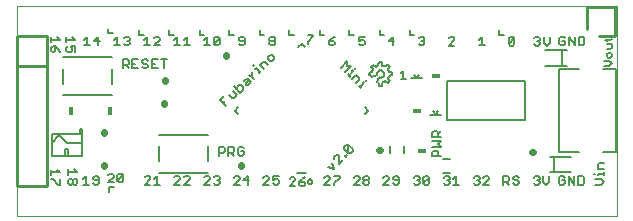
<source format=gto>
G75*
%MOIN*%
%OFA0B0*%
%FSLAX25Y25*%
%IPPOS*%
%LPD*%
%AMOC8*
5,1,8,0,0,1.08239X$1,22.5*
%
%ADD10C,0.00000*%
%ADD11C,0.01000*%
%ADD12C,0.00600*%
%ADD13C,0.00500*%
%ADD14C,0.00700*%
%ADD15C,0.02200*%
%ADD16R,0.03000X0.01800*%
%ADD17C,0.00800*%
%ADD18R,0.01800X0.03000*%
D10*
X0027595Y0218000D02*
X0027595Y0288000D01*
X0227595Y0288000D01*
X0227595Y0218000D01*
X0027595Y0218000D01*
D11*
X0027595Y0228000D02*
X0027595Y0268000D01*
X0027595Y0278000D01*
X0037595Y0278000D01*
X0037595Y0268000D01*
X0027595Y0268000D01*
X0037595Y0268000D02*
X0037595Y0228000D01*
X0027595Y0228000D01*
X0217795Y0280400D02*
X0217795Y0287600D01*
X0227195Y0287600D01*
X0227195Y0278000D01*
X0221795Y0278000D01*
D12*
X0216876Y0277219D02*
X0216392Y0277702D01*
X0214941Y0277702D01*
X0214941Y0274800D01*
X0216392Y0274800D01*
X0216876Y0275284D01*
X0216876Y0277219D01*
X0213653Y0277702D02*
X0213653Y0274800D01*
X0211718Y0277702D01*
X0211718Y0274800D01*
X0210430Y0275284D02*
X0210430Y0276251D01*
X0209463Y0276251D01*
X0210430Y0275284D02*
X0209946Y0274800D01*
X0208979Y0274800D01*
X0208495Y0275284D01*
X0208495Y0277219D01*
X0208979Y0277702D01*
X0209946Y0277702D01*
X0210430Y0277219D01*
X0205253Y0277602D02*
X0205253Y0275667D01*
X0204285Y0274700D01*
X0203318Y0275667D01*
X0203318Y0277602D01*
X0202030Y0277119D02*
X0202030Y0276635D01*
X0201546Y0276151D01*
X0202030Y0275667D01*
X0202030Y0275184D01*
X0201546Y0274700D01*
X0200579Y0274700D01*
X0200095Y0275184D01*
X0201063Y0276151D02*
X0201546Y0276151D01*
X0202030Y0277119D02*
X0201546Y0277602D01*
X0200579Y0277602D01*
X0200095Y0277119D01*
X0193530Y0277119D02*
X0191595Y0275184D01*
X0192079Y0274700D01*
X0193046Y0274700D01*
X0193530Y0275184D01*
X0193530Y0277119D01*
X0193046Y0277602D01*
X0192079Y0277602D01*
X0191595Y0277119D01*
X0191595Y0275184D01*
X0183630Y0274800D02*
X0181695Y0274800D01*
X0182663Y0274800D02*
X0182663Y0277702D01*
X0181695Y0276735D01*
X0173530Y0276635D02*
X0173530Y0277119D01*
X0173046Y0277602D01*
X0172079Y0277602D01*
X0171595Y0277119D01*
X0173530Y0276635D02*
X0171595Y0274700D01*
X0173530Y0274700D01*
X0163530Y0275284D02*
X0163046Y0274800D01*
X0162079Y0274800D01*
X0161595Y0275284D01*
X0162563Y0276251D02*
X0163046Y0276251D01*
X0163530Y0275767D01*
X0163530Y0275284D01*
X0163046Y0276251D02*
X0163530Y0276735D01*
X0163530Y0277219D01*
X0163046Y0277702D01*
X0162079Y0277702D01*
X0161595Y0277219D01*
X0153530Y0276251D02*
X0151595Y0276251D01*
X0153046Y0277702D01*
X0153046Y0274800D01*
X0143630Y0275284D02*
X0143146Y0274800D01*
X0142179Y0274800D01*
X0141695Y0275284D01*
X0141695Y0276251D02*
X0142663Y0276735D01*
X0143146Y0276735D01*
X0143630Y0276251D01*
X0143630Y0275284D01*
X0141695Y0276251D02*
X0141695Y0277702D01*
X0143630Y0277702D01*
X0133630Y0277702D02*
X0132663Y0277219D01*
X0131695Y0276251D01*
X0133146Y0276251D01*
X0133630Y0275767D01*
X0133630Y0275284D01*
X0133146Y0274800D01*
X0132179Y0274800D01*
X0131695Y0275284D01*
X0131695Y0276251D01*
X0126530Y0277819D02*
X0124595Y0275884D01*
X0124595Y0275400D01*
X0124595Y0278302D02*
X0126530Y0278302D01*
X0126530Y0277819D01*
X0113730Y0277219D02*
X0113730Y0276735D01*
X0113246Y0276251D01*
X0112279Y0276251D01*
X0111795Y0276735D01*
X0111795Y0277219D01*
X0112279Y0277702D01*
X0113246Y0277702D01*
X0113730Y0277219D01*
X0113246Y0276251D02*
X0113730Y0275767D01*
X0113730Y0275284D01*
X0113246Y0274800D01*
X0112279Y0274800D01*
X0111795Y0275284D01*
X0111795Y0275767D01*
X0112279Y0276251D01*
X0111958Y0271690D02*
X0111274Y0271005D01*
X0111274Y0270321D01*
X0111958Y0269637D01*
X0112642Y0269637D01*
X0113327Y0270321D01*
X0113327Y0271005D01*
X0112642Y0271690D01*
X0111958Y0271690D01*
X0110364Y0269411D02*
X0111390Y0268385D01*
X0110364Y0269411D02*
X0109679Y0269411D01*
X0108653Y0268385D01*
X0110022Y0267016D01*
X0109186Y0266181D02*
X0108502Y0265497D01*
X0108844Y0265839D02*
X0107476Y0267207D01*
X0107134Y0266865D01*
X0106792Y0267892D02*
X0106450Y0268234D01*
X0106261Y0265993D02*
X0105919Y0265650D01*
X0105919Y0264282D01*
X0106603Y0263598D02*
X0105235Y0264966D01*
X0104667Y0263714D02*
X0105693Y0262688D01*
X0104667Y0261661D01*
X0103982Y0261661D01*
X0103982Y0262345D01*
X0105009Y0263372D01*
X0104667Y0263714D02*
X0103982Y0263714D01*
X0103298Y0263030D01*
X0102388Y0261435D02*
X0103072Y0260751D01*
X0103072Y0260067D01*
X0102046Y0259040D01*
X0099993Y0261093D01*
X0100677Y0260409D02*
X0101704Y0261435D01*
X0102388Y0261435D01*
X0099767Y0259498D02*
X0101135Y0258130D01*
X0100109Y0257104D01*
X0099425Y0257104D01*
X0098399Y0258130D01*
X0096804Y0257903D02*
X0095436Y0256535D01*
X0097488Y0254483D01*
X0096462Y0255509D02*
X0097146Y0256193D01*
X0091563Y0244899D02*
X0075027Y0244899D01*
X0075027Y0241100D02*
X0075027Y0236100D01*
X0075027Y0232301D02*
X0091563Y0232301D01*
X0091546Y0231302D02*
X0090579Y0231302D01*
X0090095Y0230819D01*
X0091546Y0231302D02*
X0092030Y0230819D01*
X0092030Y0230335D01*
X0090095Y0228400D01*
X0092030Y0228400D01*
X0093318Y0228884D02*
X0093802Y0228400D01*
X0094769Y0228400D01*
X0095253Y0228884D01*
X0095253Y0229367D01*
X0094769Y0229851D01*
X0094285Y0229851D01*
X0094769Y0229851D02*
X0095253Y0230335D01*
X0095253Y0230819D01*
X0094769Y0231302D01*
X0093802Y0231302D01*
X0093318Y0230819D01*
X0091563Y0236100D02*
X0091563Y0241100D01*
X0094995Y0240902D02*
X0096446Y0240902D01*
X0096930Y0240419D01*
X0096930Y0239451D01*
X0096446Y0238967D01*
X0094995Y0238967D01*
X0094995Y0238000D02*
X0094995Y0240902D01*
X0098218Y0240902D02*
X0098218Y0238000D01*
X0098218Y0238967D02*
X0099669Y0238967D01*
X0100153Y0239451D01*
X0100153Y0240419D01*
X0099669Y0240902D01*
X0098218Y0240902D01*
X0099185Y0238967D02*
X0100153Y0238000D01*
X0101441Y0238484D02*
X0101924Y0238000D01*
X0102892Y0238000D01*
X0103376Y0238484D01*
X0103376Y0239451D01*
X0102408Y0239451D01*
X0101441Y0238484D02*
X0101441Y0240419D01*
X0101924Y0240902D01*
X0102892Y0240902D01*
X0103376Y0240419D01*
X0104669Y0231202D02*
X0103218Y0229751D01*
X0105153Y0229751D01*
X0104669Y0228300D02*
X0104669Y0231202D01*
X0101930Y0230719D02*
X0101930Y0230235D01*
X0099995Y0228300D01*
X0101930Y0228300D01*
X0101930Y0230719D02*
X0101446Y0231202D01*
X0100479Y0231202D01*
X0099995Y0230719D01*
X0109895Y0230719D02*
X0110379Y0231202D01*
X0111346Y0231202D01*
X0111830Y0230719D01*
X0111830Y0230235D01*
X0109895Y0228300D01*
X0111830Y0228300D01*
X0113118Y0228784D02*
X0113602Y0228300D01*
X0114569Y0228300D01*
X0115053Y0228784D01*
X0115053Y0229751D01*
X0114569Y0230235D01*
X0114085Y0230235D01*
X0113118Y0229751D01*
X0113118Y0231202D01*
X0115053Y0231202D01*
X0118595Y0230319D02*
X0119079Y0230802D01*
X0120046Y0230802D01*
X0120530Y0230319D01*
X0120530Y0229835D01*
X0118595Y0227900D01*
X0120530Y0227900D01*
X0121818Y0228384D02*
X0122302Y0227900D01*
X0123269Y0227900D01*
X0123753Y0228384D01*
X0123753Y0228867D01*
X0123269Y0229351D01*
X0121818Y0229351D01*
X0121818Y0228384D01*
X0121818Y0229351D02*
X0122785Y0230319D01*
X0123753Y0230802D01*
X0130095Y0230719D02*
X0130579Y0231202D01*
X0131546Y0231202D01*
X0132030Y0230719D01*
X0132030Y0230235D01*
X0130095Y0228300D01*
X0132030Y0228300D01*
X0133318Y0228300D02*
X0133318Y0228784D01*
X0135253Y0230719D01*
X0135253Y0231202D01*
X0133318Y0231202D01*
X0133562Y0233608D02*
X0132878Y0235661D01*
X0133446Y0236913D02*
X0133446Y0237597D01*
X0134131Y0238282D01*
X0134815Y0238282D01*
X0135157Y0237940D01*
X0135157Y0235203D01*
X0136525Y0236571D01*
X0137436Y0237482D02*
X0137778Y0237824D01*
X0137436Y0238166D01*
X0137094Y0237824D01*
X0137436Y0237482D01*
X0138233Y0238963D02*
X0138233Y0241700D01*
X0139601Y0240332D01*
X0139601Y0239647D01*
X0138917Y0238963D01*
X0138233Y0238963D01*
X0136865Y0240332D01*
X0136865Y0241016D01*
X0137549Y0241700D01*
X0138233Y0241700D01*
X0133562Y0233608D02*
X0131510Y0234292D01*
X0139995Y0230719D02*
X0140479Y0231202D01*
X0141446Y0231202D01*
X0141930Y0230719D01*
X0141930Y0230235D01*
X0139995Y0228300D01*
X0141930Y0228300D01*
X0143218Y0228784D02*
X0143218Y0229267D01*
X0143702Y0229751D01*
X0144669Y0229751D01*
X0145153Y0229267D01*
X0145153Y0228784D01*
X0144669Y0228300D01*
X0143702Y0228300D01*
X0143218Y0228784D01*
X0143702Y0229751D02*
X0143218Y0230235D01*
X0143218Y0230719D01*
X0143702Y0231202D01*
X0144669Y0231202D01*
X0145153Y0230719D01*
X0145153Y0230235D01*
X0144669Y0229751D01*
X0149895Y0230719D02*
X0150379Y0231202D01*
X0151346Y0231202D01*
X0151830Y0230719D01*
X0151830Y0230235D01*
X0149895Y0228300D01*
X0151830Y0228300D01*
X0153118Y0228784D02*
X0153602Y0228300D01*
X0154569Y0228300D01*
X0155053Y0228784D01*
X0155053Y0230719D01*
X0154569Y0231202D01*
X0153602Y0231202D01*
X0153118Y0230719D01*
X0153118Y0230235D01*
X0153602Y0229751D01*
X0155053Y0229751D01*
X0159995Y0228784D02*
X0160479Y0228300D01*
X0161446Y0228300D01*
X0161930Y0228784D01*
X0161930Y0229267D01*
X0161446Y0229751D01*
X0160963Y0229751D01*
X0161446Y0229751D02*
X0161930Y0230235D01*
X0161930Y0230719D01*
X0161446Y0231202D01*
X0160479Y0231202D01*
X0159995Y0230719D01*
X0163218Y0230719D02*
X0163218Y0228784D01*
X0165153Y0230719D01*
X0165153Y0228784D01*
X0164669Y0228300D01*
X0163702Y0228300D01*
X0163218Y0228784D01*
X0163218Y0230719D02*
X0163702Y0231202D01*
X0164669Y0231202D01*
X0165153Y0230719D01*
X0169995Y0230719D02*
X0170479Y0231202D01*
X0171446Y0231202D01*
X0171930Y0230719D01*
X0171930Y0230235D01*
X0171446Y0229751D01*
X0171930Y0229267D01*
X0171930Y0228784D01*
X0171446Y0228300D01*
X0170479Y0228300D01*
X0169995Y0228784D01*
X0170963Y0229751D02*
X0171446Y0229751D01*
X0173218Y0230235D02*
X0174185Y0231202D01*
X0174185Y0228300D01*
X0173218Y0228300D02*
X0175153Y0228300D01*
X0172176Y0232138D02*
X0169814Y0232138D01*
X0169814Y0236862D02*
X0172176Y0236862D01*
X0169095Y0237800D02*
X0166193Y0237800D01*
X0166193Y0239251D01*
X0166676Y0239735D01*
X0167644Y0239735D01*
X0168128Y0239251D01*
X0168128Y0237800D01*
X0169095Y0241023D02*
X0166193Y0241023D01*
X0166193Y0242958D02*
X0169095Y0242958D01*
X0168128Y0241990D01*
X0169095Y0241023D01*
X0169095Y0244245D02*
X0166193Y0244245D01*
X0166193Y0245697D01*
X0166676Y0246180D01*
X0167644Y0246180D01*
X0168128Y0245697D01*
X0168128Y0244245D01*
X0168128Y0245213D02*
X0169095Y0246180D01*
X0156657Y0241181D02*
X0156657Y0238819D01*
X0151933Y0238819D02*
X0151933Y0241181D01*
X0142429Y0260605D02*
X0141745Y0261289D01*
X0142087Y0260947D02*
X0143455Y0262315D01*
X0143113Y0262657D01*
X0144139Y0262999D02*
X0144481Y0263341D01*
X0141860Y0263226D02*
X0140834Y0262199D01*
X0141860Y0263226D02*
X0141860Y0263910D01*
X0140834Y0264936D01*
X0139466Y0263568D01*
X0138631Y0264403D02*
X0137947Y0265087D01*
X0138289Y0264745D02*
X0139657Y0266113D01*
X0139315Y0266455D01*
X0140341Y0266797D02*
X0140683Y0267139D01*
X0139089Y0268050D02*
X0137036Y0265997D01*
X0135668Y0267366D02*
X0137720Y0269418D01*
X0137720Y0268050D01*
X0139089Y0268050D01*
X0155595Y0265435D02*
X0156563Y0266402D01*
X0156563Y0263500D01*
X0157530Y0263500D02*
X0155595Y0263500D01*
X0103630Y0275284D02*
X0103146Y0274800D01*
X0102179Y0274800D01*
X0101695Y0275284D01*
X0102179Y0276251D02*
X0103630Y0276251D01*
X0103630Y0275284D02*
X0103630Y0277219D01*
X0103146Y0277702D01*
X0102179Y0277702D01*
X0101695Y0277219D01*
X0101695Y0276735D01*
X0102179Y0276251D01*
X0095253Y0275284D02*
X0094769Y0274800D01*
X0093802Y0274800D01*
X0093318Y0275284D01*
X0095253Y0277219D01*
X0095253Y0275284D01*
X0095253Y0277219D02*
X0094769Y0277702D01*
X0093802Y0277702D01*
X0093318Y0277219D01*
X0093318Y0275284D01*
X0092030Y0274800D02*
X0090095Y0274800D01*
X0091063Y0274800D02*
X0091063Y0277702D01*
X0090095Y0276735D01*
X0085253Y0274800D02*
X0083318Y0274800D01*
X0084285Y0274800D02*
X0084285Y0277702D01*
X0083318Y0276735D01*
X0082030Y0274800D02*
X0080095Y0274800D01*
X0081063Y0274800D02*
X0081063Y0277702D01*
X0080095Y0276735D01*
X0075253Y0276735D02*
X0073318Y0274800D01*
X0075253Y0274800D01*
X0073318Y0274800D01*
X0075253Y0276735D01*
X0075253Y0277219D01*
X0074769Y0277702D01*
X0073802Y0277702D01*
X0073318Y0277219D01*
X0073802Y0277702D01*
X0074769Y0277702D01*
X0075253Y0277219D01*
X0075253Y0276735D01*
X0072030Y0274800D02*
X0070095Y0274800D01*
X0072030Y0274800D01*
X0071063Y0274800D02*
X0071063Y0277702D01*
X0070095Y0276735D01*
X0071063Y0277702D01*
X0071063Y0274800D01*
X0070892Y0270102D02*
X0069924Y0270102D01*
X0069441Y0269619D01*
X0069441Y0269135D01*
X0069924Y0268651D01*
X0070892Y0268651D01*
X0071376Y0268167D01*
X0071376Y0267684D01*
X0070892Y0267200D01*
X0069924Y0267200D01*
X0069441Y0267684D01*
X0068153Y0267200D02*
X0066218Y0267200D01*
X0066218Y0270102D01*
X0068153Y0270102D01*
X0067185Y0268651D02*
X0066218Y0268651D01*
X0064930Y0268651D02*
X0064446Y0268167D01*
X0062995Y0268167D01*
X0062995Y0267200D02*
X0062995Y0270102D01*
X0064446Y0270102D01*
X0064930Y0269619D01*
X0064930Y0268651D01*
X0063963Y0268167D02*
X0064930Y0267200D01*
X0059463Y0267000D02*
X0059463Y0262000D01*
X0059463Y0258201D02*
X0042927Y0258201D01*
X0042927Y0262000D02*
X0042927Y0267000D01*
X0042927Y0270799D02*
X0059463Y0270799D01*
X0060095Y0274800D02*
X0062030Y0274800D01*
X0061063Y0274800D02*
X0061063Y0277702D01*
X0060095Y0276735D01*
X0063318Y0277219D02*
X0063802Y0277702D01*
X0064769Y0277702D01*
X0065253Y0277219D01*
X0065253Y0276735D01*
X0064769Y0276251D01*
X0065253Y0275767D01*
X0065253Y0275284D01*
X0064769Y0274800D01*
X0063802Y0274800D01*
X0063318Y0275284D01*
X0064285Y0276251D02*
X0064769Y0276251D01*
X0070892Y0270102D02*
X0071376Y0269619D01*
X0072663Y0270102D02*
X0072663Y0267200D01*
X0074598Y0267200D01*
X0073631Y0268651D02*
X0072663Y0268651D01*
X0072663Y0270102D02*
X0074598Y0270102D01*
X0075886Y0270102D02*
X0077821Y0270102D01*
X0076854Y0270102D02*
X0076854Y0267200D01*
X0054769Y0274800D02*
X0054769Y0277702D01*
X0053318Y0276251D01*
X0055253Y0276251D01*
X0052030Y0274800D02*
X0050095Y0274800D01*
X0051063Y0274800D02*
X0051063Y0277702D01*
X0050095Y0276735D01*
X0047098Y0276733D02*
X0044195Y0276733D01*
X0044195Y0277700D02*
X0044195Y0275765D01*
X0044679Y0274477D02*
X0044195Y0273994D01*
X0044195Y0273026D01*
X0044679Y0272542D01*
X0045646Y0272542D01*
X0046130Y0273026D01*
X0046130Y0273510D01*
X0045646Y0274477D01*
X0047098Y0274477D01*
X0047098Y0272542D01*
X0047098Y0276733D02*
X0046130Y0277700D01*
X0041998Y0276733D02*
X0039095Y0276733D01*
X0039095Y0277700D02*
X0039095Y0275765D01*
X0039579Y0274477D02*
X0039095Y0273994D01*
X0039095Y0273026D01*
X0039579Y0272542D01*
X0040063Y0272542D01*
X0040546Y0273026D01*
X0040546Y0274477D01*
X0039579Y0274477D01*
X0040546Y0274477D02*
X0041514Y0273510D01*
X0041998Y0272542D01*
X0041998Y0276733D02*
X0041030Y0277700D01*
X0041030Y0233400D02*
X0041998Y0232433D01*
X0039095Y0232433D01*
X0039095Y0233400D02*
X0039095Y0231465D01*
X0039095Y0230177D02*
X0039579Y0230177D01*
X0041514Y0228242D01*
X0041998Y0228242D01*
X0041998Y0230177D01*
X0044895Y0229794D02*
X0045379Y0230277D01*
X0045863Y0230277D01*
X0046346Y0229794D01*
X0046346Y0228826D01*
X0045863Y0228342D01*
X0045379Y0228342D01*
X0044895Y0228826D01*
X0044895Y0229794D01*
X0046346Y0229794D02*
X0046830Y0230277D01*
X0047314Y0230277D01*
X0047798Y0229794D01*
X0047798Y0228826D01*
X0047314Y0228342D01*
X0046830Y0228342D01*
X0046346Y0228826D01*
X0044895Y0231565D02*
X0044895Y0233500D01*
X0044895Y0232533D02*
X0047798Y0232533D01*
X0046830Y0233500D01*
X0049895Y0230235D02*
X0050863Y0231202D01*
X0050863Y0228300D01*
X0051830Y0228300D02*
X0049895Y0228300D01*
X0053118Y0228784D02*
X0053602Y0228300D01*
X0054569Y0228300D01*
X0055053Y0228784D01*
X0055053Y0230719D01*
X0054569Y0231202D01*
X0053602Y0231202D01*
X0053118Y0230719D01*
X0053118Y0230235D01*
X0053602Y0229751D01*
X0055053Y0229751D01*
X0057995Y0229100D02*
X0059930Y0231035D01*
X0059930Y0231519D01*
X0059446Y0232002D01*
X0058479Y0232002D01*
X0057995Y0231519D01*
X0057995Y0229100D02*
X0059930Y0229100D01*
X0061218Y0229584D02*
X0063153Y0231519D01*
X0063153Y0229584D01*
X0062669Y0229100D01*
X0061702Y0229100D01*
X0061218Y0229584D01*
X0061218Y0231519D01*
X0061702Y0232002D01*
X0062669Y0232002D01*
X0063153Y0231519D01*
X0070295Y0230819D02*
X0070779Y0231302D01*
X0071746Y0231302D01*
X0072230Y0230819D01*
X0072230Y0230335D01*
X0070295Y0228400D01*
X0072230Y0228400D01*
X0073518Y0228400D02*
X0075453Y0228400D01*
X0074485Y0228400D02*
X0074485Y0231302D01*
X0073518Y0230335D01*
X0080095Y0230819D02*
X0080579Y0231302D01*
X0081546Y0231302D01*
X0082030Y0230819D01*
X0082030Y0230335D01*
X0080095Y0228400D01*
X0082030Y0228400D01*
X0083318Y0228400D02*
X0085253Y0230335D01*
X0085253Y0230819D01*
X0084769Y0231302D01*
X0083802Y0231302D01*
X0083318Y0230819D01*
X0083318Y0228400D02*
X0085253Y0228400D01*
X0179995Y0228784D02*
X0180479Y0228300D01*
X0181446Y0228300D01*
X0181930Y0228784D01*
X0181930Y0229267D01*
X0181446Y0229751D01*
X0180963Y0229751D01*
X0181446Y0229751D02*
X0181930Y0230235D01*
X0181930Y0230719D01*
X0181446Y0231202D01*
X0180479Y0231202D01*
X0179995Y0230719D01*
X0183218Y0230719D02*
X0183702Y0231202D01*
X0184669Y0231202D01*
X0185153Y0230719D01*
X0185153Y0230235D01*
X0183218Y0228300D01*
X0185153Y0228300D01*
X0189895Y0228300D02*
X0189895Y0231202D01*
X0191346Y0231202D01*
X0191830Y0230719D01*
X0191830Y0229751D01*
X0191346Y0229267D01*
X0189895Y0229267D01*
X0190863Y0229267D02*
X0191830Y0228300D01*
X0193118Y0228784D02*
X0193602Y0228300D01*
X0194569Y0228300D01*
X0195053Y0228784D01*
X0195053Y0229267D01*
X0194569Y0229751D01*
X0193602Y0229751D01*
X0193118Y0230235D01*
X0193118Y0230719D01*
X0193602Y0231202D01*
X0194569Y0231202D01*
X0195053Y0230719D01*
X0199995Y0230719D02*
X0200479Y0231202D01*
X0201446Y0231202D01*
X0201930Y0230719D01*
X0201930Y0230235D01*
X0201446Y0229751D01*
X0201930Y0229267D01*
X0201930Y0228784D01*
X0201446Y0228300D01*
X0200479Y0228300D01*
X0199995Y0228784D01*
X0200963Y0229751D02*
X0201446Y0229751D01*
X0203218Y0229267D02*
X0204185Y0228300D01*
X0205153Y0229267D01*
X0205153Y0231202D01*
X0203218Y0231202D02*
X0203218Y0229267D01*
X0208395Y0228784D02*
X0208395Y0230719D01*
X0208879Y0231202D01*
X0209846Y0231202D01*
X0210330Y0230719D01*
X0210330Y0229751D02*
X0209363Y0229751D01*
X0210330Y0229751D02*
X0210330Y0228784D01*
X0209846Y0228300D01*
X0208879Y0228300D01*
X0208395Y0228784D01*
X0211618Y0228300D02*
X0211618Y0231202D01*
X0213553Y0228300D01*
X0213553Y0231202D01*
X0214841Y0231202D02*
X0216292Y0231202D01*
X0216776Y0230719D01*
X0216776Y0228784D01*
X0216292Y0228300D01*
X0214841Y0228300D01*
X0214841Y0231202D01*
X0220009Y0232006D02*
X0220493Y0232006D01*
X0221460Y0232006D02*
X0223395Y0232006D01*
X0223395Y0231523D02*
X0223395Y0232490D01*
X0223395Y0233671D02*
X0221460Y0233671D01*
X0221460Y0235122D01*
X0221944Y0235606D01*
X0223395Y0235606D01*
X0221460Y0232006D02*
X0221460Y0231523D01*
X0220493Y0230235D02*
X0222428Y0230235D01*
X0223395Y0229267D01*
X0222428Y0228300D01*
X0220493Y0228300D01*
D13*
X0223443Y0267950D02*
X0225111Y0267950D01*
X0225945Y0268784D01*
X0225111Y0269618D01*
X0223443Y0269618D01*
X0224694Y0270712D02*
X0225528Y0270712D01*
X0225945Y0271129D01*
X0225945Y0271963D01*
X0225528Y0272380D01*
X0224694Y0272380D01*
X0224277Y0271963D01*
X0224277Y0271129D01*
X0224694Y0270712D01*
X0224277Y0273475D02*
X0225528Y0273475D01*
X0225945Y0273892D01*
X0225945Y0275143D01*
X0224277Y0275143D01*
X0224277Y0276237D02*
X0224277Y0277071D01*
X0223860Y0276654D02*
X0225528Y0276654D01*
X0225945Y0277071D01*
X0124600Y0229337D02*
X0124602Y0229393D01*
X0124608Y0229448D01*
X0124618Y0229503D01*
X0124632Y0229556D01*
X0124649Y0229609D01*
X0124670Y0229661D01*
X0124695Y0229710D01*
X0124724Y0229758D01*
X0124755Y0229804D01*
X0124790Y0229847D01*
X0124828Y0229888D01*
X0124869Y0229926D01*
X0124912Y0229961D01*
X0124958Y0229992D01*
X0125006Y0230021D01*
X0125055Y0230046D01*
X0125107Y0230067D01*
X0125160Y0230084D01*
X0125213Y0230098D01*
X0125268Y0230108D01*
X0125323Y0230114D01*
X0125379Y0230116D01*
X0125435Y0230114D01*
X0125490Y0230108D01*
X0125545Y0230098D01*
X0125598Y0230084D01*
X0125651Y0230067D01*
X0125703Y0230046D01*
X0125752Y0230021D01*
X0125800Y0229992D01*
X0125846Y0229961D01*
X0125889Y0229926D01*
X0125930Y0229888D01*
X0125968Y0229847D01*
X0126003Y0229804D01*
X0126034Y0229758D01*
X0126063Y0229710D01*
X0126088Y0229661D01*
X0126109Y0229609D01*
X0126126Y0229556D01*
X0126140Y0229503D01*
X0126150Y0229448D01*
X0126156Y0229393D01*
X0126158Y0229337D01*
X0126156Y0229281D01*
X0126150Y0229226D01*
X0126140Y0229171D01*
X0126126Y0229118D01*
X0126109Y0229065D01*
X0126088Y0229013D01*
X0126063Y0228964D01*
X0126034Y0228916D01*
X0126003Y0228870D01*
X0125968Y0228827D01*
X0125930Y0228786D01*
X0125889Y0228748D01*
X0125846Y0228713D01*
X0125800Y0228682D01*
X0125752Y0228653D01*
X0125703Y0228628D01*
X0125651Y0228607D01*
X0125598Y0228590D01*
X0125545Y0228576D01*
X0125490Y0228566D01*
X0125435Y0228560D01*
X0125379Y0228558D01*
X0125323Y0228560D01*
X0125268Y0228566D01*
X0125213Y0228576D01*
X0125160Y0228590D01*
X0125107Y0228607D01*
X0125055Y0228628D01*
X0125006Y0228653D01*
X0124958Y0228682D01*
X0124912Y0228713D01*
X0124869Y0228748D01*
X0124828Y0228786D01*
X0124790Y0228827D01*
X0124755Y0228870D01*
X0124724Y0228916D01*
X0124695Y0228964D01*
X0124670Y0229013D01*
X0124649Y0229065D01*
X0124632Y0229118D01*
X0124618Y0229171D01*
X0124608Y0229226D01*
X0124602Y0229281D01*
X0124600Y0229337D01*
D14*
X0060112Y0227609D02*
X0058555Y0227609D01*
X0058555Y0226052D01*
X0068386Y0278360D02*
X0068386Y0279917D01*
X0068386Y0278360D02*
X0069943Y0278360D01*
X0059743Y0278760D02*
X0058186Y0278760D01*
X0058186Y0280317D01*
X0078386Y0279917D02*
X0078386Y0278360D01*
X0079943Y0278360D01*
X0088586Y0278360D02*
X0088586Y0279917D01*
X0088586Y0278360D02*
X0090143Y0278360D01*
X0098386Y0278360D02*
X0098386Y0279917D01*
X0098386Y0278360D02*
X0099943Y0278360D01*
X0108586Y0278360D02*
X0108586Y0279917D01*
X0108586Y0278360D02*
X0110143Y0278360D01*
X0118386Y0278360D02*
X0118386Y0279917D01*
X0118386Y0278360D02*
X0119943Y0278360D01*
X0128586Y0278360D02*
X0128586Y0279917D01*
X0128586Y0278360D02*
X0130143Y0278360D01*
X0138386Y0278360D02*
X0138386Y0279917D01*
X0138386Y0278360D02*
X0139943Y0278360D01*
X0148586Y0278360D02*
X0148586Y0279917D01*
X0148586Y0278360D02*
X0150143Y0278360D01*
X0158586Y0278360D02*
X0158586Y0279917D01*
X0158586Y0278360D02*
X0160143Y0278360D01*
X0188386Y0278360D02*
X0188386Y0279917D01*
X0188386Y0278360D02*
X0189943Y0278360D01*
D15*
X0199375Y0239100D02*
X0199615Y0239100D01*
X0148715Y0239800D02*
X0148475Y0239800D01*
X0102312Y0234786D02*
X0102312Y0234545D01*
X0076895Y0255380D02*
X0076895Y0255620D01*
X0076995Y0262980D02*
X0076995Y0263220D01*
X0097495Y0271180D02*
X0097495Y0271420D01*
X0056795Y0245920D02*
X0056795Y0245680D01*
X0056795Y0234820D02*
X0056795Y0234580D01*
D16*
X0160995Y0252900D03*
X0167295Y0264500D03*
X0162595Y0239700D03*
D17*
X0171162Y0249846D02*
X0171162Y0262846D01*
X0196962Y0262846D01*
X0196962Y0249846D01*
X0171162Y0249846D01*
X0169106Y0251731D02*
X0167295Y0251731D01*
X0166375Y0252951D01*
X0165484Y0251731D02*
X0167295Y0251731D01*
X0167395Y0251791D02*
X0168155Y0252951D01*
X0162806Y0263831D02*
X0160995Y0263831D01*
X0160075Y0265051D01*
X0159184Y0263831D02*
X0160995Y0263831D01*
X0161095Y0263891D02*
X0161855Y0265051D01*
X0152775Y0264798D02*
X0151715Y0264586D01*
X0151361Y0263667D01*
X0151927Y0262818D01*
X0151290Y0262182D01*
X0150442Y0262747D01*
X0149523Y0262394D01*
X0149311Y0261333D01*
X0148391Y0261404D01*
X0148250Y0262394D01*
X0147826Y0262535D01*
X0148533Y0264091D01*
X0147684Y0264939D02*
X0146129Y0264232D01*
X0145987Y0264656D01*
X0144997Y0264798D01*
X0144927Y0265717D01*
X0145987Y0265929D01*
X0146341Y0266849D01*
X0145775Y0267697D01*
X0146411Y0268333D01*
X0147331Y0267697D01*
X0148179Y0268121D01*
X0148391Y0269182D01*
X0149381Y0269182D01*
X0149523Y0268051D01*
X0150371Y0267768D01*
X0151361Y0268333D01*
X0151998Y0267697D01*
X0151361Y0266778D01*
X0151644Y0265929D01*
X0152775Y0265788D01*
X0152775Y0264798D01*
X0148533Y0264092D02*
X0148600Y0264075D01*
X0148668Y0264063D01*
X0148736Y0264054D01*
X0148805Y0264050D01*
X0148874Y0264049D01*
X0148943Y0264052D01*
X0149011Y0264060D01*
X0149079Y0264071D01*
X0149146Y0264086D01*
X0149213Y0264104D01*
X0149278Y0264127D01*
X0149342Y0264153D01*
X0149404Y0264183D01*
X0149464Y0264216D01*
X0149523Y0264253D01*
X0149579Y0264293D01*
X0149633Y0264336D01*
X0149684Y0264382D01*
X0149732Y0264430D01*
X0149778Y0264482D01*
X0149821Y0264536D01*
X0149860Y0264593D01*
X0149897Y0264651D01*
X0149930Y0264712D01*
X0149959Y0264774D01*
X0149985Y0264838D01*
X0150007Y0264903D01*
X0150025Y0264970D01*
X0150040Y0265037D01*
X0150050Y0265105D01*
X0150057Y0265174D01*
X0150060Y0265243D01*
X0150059Y0265311D01*
X0150054Y0265380D01*
X0150045Y0265449D01*
X0150032Y0265516D01*
X0150015Y0265583D01*
X0149995Y0265649D01*
X0149971Y0265714D01*
X0149943Y0265777D01*
X0149912Y0265838D01*
X0149877Y0265897D01*
X0149839Y0265955D01*
X0149798Y0266010D01*
X0149753Y0266063D01*
X0149706Y0266113D01*
X0149656Y0266160D01*
X0149603Y0266205D01*
X0149548Y0266246D01*
X0149491Y0266284D01*
X0149431Y0266319D01*
X0149370Y0266350D01*
X0149307Y0266378D01*
X0149242Y0266402D01*
X0149176Y0266422D01*
X0149109Y0266439D01*
X0149042Y0266452D01*
X0148973Y0266461D01*
X0148905Y0266466D01*
X0148836Y0266467D01*
X0148767Y0266464D01*
X0148698Y0266457D01*
X0148630Y0266447D01*
X0148563Y0266432D01*
X0148496Y0266414D01*
X0148431Y0266392D01*
X0148367Y0266366D01*
X0148305Y0266337D01*
X0148244Y0266304D01*
X0148186Y0266267D01*
X0148129Y0266228D01*
X0148075Y0266185D01*
X0148023Y0266139D01*
X0147975Y0266091D01*
X0147929Y0266040D01*
X0147886Y0265986D01*
X0147846Y0265930D01*
X0147809Y0265871D01*
X0147776Y0265811D01*
X0147746Y0265749D01*
X0147720Y0265685D01*
X0147697Y0265620D01*
X0147679Y0265553D01*
X0147664Y0265486D01*
X0147653Y0265418D01*
X0147645Y0265350D01*
X0147642Y0265281D01*
X0147643Y0265212D01*
X0147647Y0265143D01*
X0147656Y0265075D01*
X0147668Y0265007D01*
X0147685Y0264940D01*
X0143753Y0254114D02*
X0144866Y0253000D01*
X0143753Y0251886D01*
X0123987Y0232121D02*
X0121203Y0232121D01*
X0101438Y0251886D02*
X0100324Y0253000D01*
X0101438Y0254114D01*
X0121482Y0274158D02*
X0122595Y0275271D01*
X0123709Y0274158D01*
X0049395Y0246800D02*
X0049395Y0242300D01*
X0044395Y0242300D01*
X0041895Y0244800D01*
X0039395Y0242300D01*
X0039395Y0245300D01*
X0048895Y0245300D01*
X0048895Y0246800D01*
X0049395Y0246800D01*
X0049395Y0242300D02*
X0049395Y0237800D01*
X0044895Y0237800D01*
X0044895Y0240300D01*
X0043895Y0240300D01*
X0043895Y0238300D01*
X0044895Y0237800D02*
X0039395Y0237800D01*
X0039395Y0242300D01*
X0203852Y0268041D02*
X0209364Y0268041D01*
X0209364Y0273159D01*
X0203852Y0273159D01*
X0209364Y0273159D02*
X0210938Y0273159D01*
X0210938Y0268041D02*
X0209364Y0268041D01*
X0208468Y0266769D02*
X0208468Y0239209D01*
X0215160Y0239209D01*
X0212338Y0237559D02*
X0206827Y0237559D01*
X0206827Y0232441D01*
X0212338Y0232441D01*
X0206827Y0232441D02*
X0205252Y0232441D01*
X0205252Y0237559D02*
X0206827Y0237559D01*
X0223231Y0239209D02*
X0227562Y0239209D01*
X0227562Y0266769D01*
X0223231Y0266769D01*
X0215160Y0266769D02*
X0208468Y0266769D01*
D18*
X0058595Y0253000D03*
X0045795Y0253000D03*
M02*

</source>
